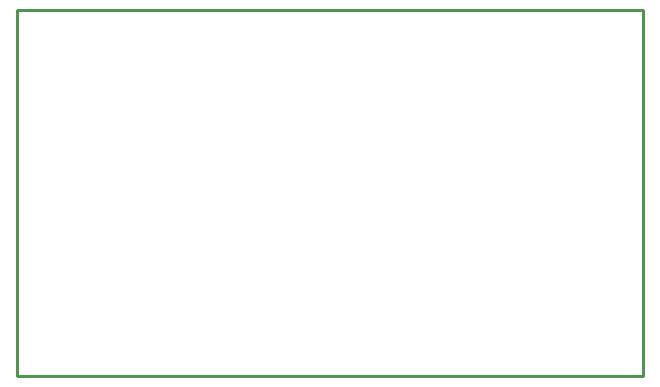
<source format=gm1>
G04 Layer_Color=16711935*
%FSLAX43Y43*%
%MOMM*%
G71*
G01*
G75*
%ADD26C,0.254*%
D26*
X0Y0D02*
X53000D01*
Y31000D01*
X0D02*
X53000D01*
X0Y0D02*
Y31000D01*
M02*

</source>
